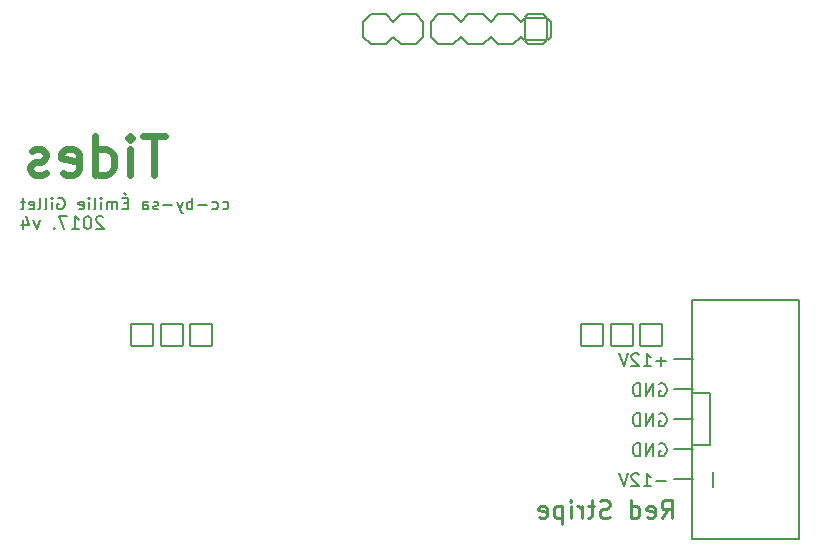
<source format=gbr>
%TF.GenerationSoftware,KiCad,Pcbnew,(6.0.11-0)*%
%TF.CreationDate,2023-05-26T19:22:20+02:00*%
%TF.ProjectId,tides,74696465-732e-46b6-9963-61645f706362,rev?*%
%TF.SameCoordinates,Original*%
%TF.FileFunction,Legend,Bot*%
%TF.FilePolarity,Positive*%
%FSLAX46Y46*%
G04 Gerber Fmt 4.6, Leading zero omitted, Abs format (unit mm)*
G04 Created by KiCad (PCBNEW (6.0.11-0)) date 2023-05-26 19:22:20*
%MOMM*%
%LPD*%
G01*
G04 APERTURE LIST*
G04 Aperture macros list*
%AMRoundRect*
0 Rectangle with rounded corners*
0 $1 Rounding radius*
0 $2 $3 $4 $5 $6 $7 $8 $9 X,Y pos of 4 corners*
0 Add a 4 corners polygon primitive as box body*
4,1,4,$2,$3,$4,$5,$6,$7,$8,$9,$2,$3,0*
0 Add four circle primitives for the rounded corners*
1,1,$1+$1,$2,$3*
1,1,$1+$1,$4,$5*
1,1,$1+$1,$6,$7*
1,1,$1+$1,$8,$9*
0 Add four rect primitives between the rounded corners*
20,1,$1+$1,$2,$3,$4,$5,0*
20,1,$1+$1,$4,$5,$6,$7,0*
20,1,$1+$1,$6,$7,$8,$9,0*
20,1,$1+$1,$8,$9,$2,$3,0*%
%AMFreePoly0*
4,1,25,0.301485,0.667973,0.306387,0.663482,0.663482,0.306387,0.685510,0.259146,0.685800,0.252505,0.685800,-0.252505,0.667973,-0.301485,0.663482,-0.306387,0.306387,-0.663482,0.259146,-0.685510,0.252505,-0.685800,-0.252505,-0.685800,-0.301485,-0.667973,-0.306387,-0.663482,-0.663482,-0.306387,-0.685510,-0.259146,-0.685800,-0.252505,-0.685800,0.252505,-0.667973,0.301485,-0.663482,0.306387,
-0.306387,0.663482,-0.259146,0.685510,-0.252505,0.685800,0.252505,0.685800,0.301485,0.667973,0.301485,0.667973,$1*%
%AMFreePoly1*
4,1,25,0.706544,1.645873,0.711446,1.641382,1.641382,0.711446,1.663410,0.664205,1.663700,0.657564,1.663700,-0.657564,1.645873,-0.706544,1.641382,-0.711446,0.711446,-1.641382,0.664205,-1.663410,0.657564,-1.663700,-0.657564,-1.663700,-0.706544,-1.645873,-0.711446,-1.641382,-1.641382,-0.711446,-1.663410,-0.664205,-1.663700,-0.657564,-1.663700,0.657564,-1.645873,0.706544,-1.641382,0.711446,
-0.711446,1.641382,-0.664205,1.663410,-0.657564,1.663700,0.657564,1.663700,0.706544,1.645873,0.706544,1.645873,$1*%
%AMFreePoly2*
4,1,25,0.575031,1.328373,0.579933,1.323882,1.323882,0.579933,1.345910,0.532692,1.346200,0.526051,1.346200,-0.526051,1.328373,-0.575031,1.323882,-0.579933,0.579933,-1.323882,0.532692,-1.345910,0.526051,-1.346200,-0.526051,-1.346200,-0.575031,-1.328373,-0.579933,-1.323882,-1.323882,-0.579933,-1.345910,-0.532692,-1.346200,-0.526051,-1.346200,0.526051,-1.328373,0.575031,-1.323882,0.579933,
-0.579933,1.323882,-0.532692,1.345910,-0.526051,1.346200,0.526051,1.346200,0.575031,1.328373,0.575031,1.328373,$1*%
%AMFreePoly3*
4,1,25,0.417216,0.947373,0.422118,0.942882,0.942882,0.422118,0.964910,0.374877,0.965200,0.368236,0.965200,-0.368236,0.947373,-0.417216,0.942882,-0.422118,0.422118,-0.942882,0.374877,-0.964910,0.368236,-0.965200,-0.368236,-0.965200,-0.417216,-0.947373,-0.422118,-0.942882,-0.942882,-0.422118,-0.964910,-0.374877,-0.965200,-0.368236,-0.965200,0.368236,-0.947373,0.417216,-0.942882,0.422118,
-0.422118,0.942882,-0.374877,0.964910,-0.368236,0.965200,0.368236,0.965200,0.417216,0.947373,0.417216,0.947373,$1*%
%AMFreePoly4*
4,1,25,0.448779,1.023573,0.453681,1.019082,1.019082,0.453681,1.041110,0.406440,1.041400,0.399799,1.041400,-0.399799,1.023573,-0.448779,1.019082,-0.453681,0.453681,-1.019082,0.406440,-1.041110,0.399799,-1.041400,-0.399799,-1.041400,-0.448779,-1.023573,-0.453681,-1.019082,-1.019082,-0.453681,-1.041110,-0.406440,-1.041400,-0.399799,-1.041400,0.399799,-1.023573,0.448779,-1.019082,0.453681,
-0.453681,1.019082,-0.406440,1.041110,-0.399799,1.041400,0.399799,1.041400,0.448779,1.023573,0.448779,1.023573,$1*%
%AMFreePoly5*
4,1,25,0.438258,0.998173,0.443160,0.993682,0.993682,0.443160,1.015710,0.395919,1.016000,0.389278,1.016000,-0.389278,0.998173,-0.438258,0.993682,-0.443160,0.443160,-0.993682,0.395919,-1.015710,0.389278,-1.016000,-0.389278,-1.016000,-0.438258,-0.998173,-0.443160,-0.993682,-0.993682,-0.443160,-1.015710,-0.395919,-1.016000,-0.389278,-1.016000,0.389278,-0.998173,0.438258,-0.993682,0.443160,
-0.443160,0.993682,-0.395919,1.015710,-0.389278,1.016000,0.389278,1.016000,0.438258,0.998173,0.438258,0.998173,$1*%
G04 Aperture macros list end*
%ADD10C,0.152400*%
%ADD11C,0.190500*%
%ADD12C,0.571500*%
%ADD13C,0.266700*%
%ADD14C,0.179070*%
%ADD15C,0.203200*%
%ADD16FreePoly0,180.000000*%
%ADD17C,1.258800*%
%ADD18RoundRect,0.076200X0.939800X-0.939800X0.939800X0.939800X-0.939800X0.939800X-0.939800X-0.939800X0*%
%ADD19FreePoly1,90.000000*%
%ADD20FreePoly2,90.000000*%
%ADD21C,2.032000*%
%ADD22C,2.200000*%
%ADD23FreePoly3,180.000000*%
%ADD24FreePoly4,180.000000*%
%ADD25FreePoly5,90.000000*%
G04 APERTURE END LIST*
D10*
X173573600Y-83572350D02*
X171986100Y-83572350D01*
X173573600Y-88652350D02*
X171986100Y-88652350D01*
X173573600Y-91192350D02*
X171986100Y-91192350D01*
X173573600Y-93732350D02*
X171986100Y-93732350D01*
X173573600Y-86112350D02*
X171986100Y-86112350D01*
D11*
X171287751Y-83744707D02*
X170465275Y-83744707D01*
X170876513Y-84155945D02*
X170876513Y-83333469D01*
X169385775Y-84155945D02*
X170002632Y-84155945D01*
X169694203Y-84155945D02*
X169694203Y-83076445D01*
X169797013Y-83230659D01*
X169899822Y-83333469D01*
X170002632Y-83384873D01*
X168974536Y-83179254D02*
X168923132Y-83127850D01*
X168820322Y-83076445D01*
X168563298Y-83076445D01*
X168460489Y-83127850D01*
X168409084Y-83179254D01*
X168357679Y-83282064D01*
X168357679Y-83384873D01*
X168409084Y-83539088D01*
X169025941Y-84155945D01*
X168357679Y-84155945D01*
X168049251Y-83076445D02*
X167689417Y-84155945D01*
X167329584Y-83076445D01*
X123641382Y-71558654D02*
X123589977Y-71507250D01*
X123487167Y-71455845D01*
X123230144Y-71455845D01*
X123127334Y-71507250D01*
X123075929Y-71558654D01*
X123024525Y-71661464D01*
X123024525Y-71764273D01*
X123075929Y-71918488D01*
X123692786Y-72535345D01*
X123024525Y-72535345D01*
X122356263Y-71455845D02*
X122253453Y-71455845D01*
X122150644Y-71507250D01*
X122099239Y-71558654D01*
X122047834Y-71661464D01*
X121996429Y-71867083D01*
X121996429Y-72124107D01*
X122047834Y-72329726D01*
X122099239Y-72432535D01*
X122150644Y-72483940D01*
X122253453Y-72535345D01*
X122356263Y-72535345D01*
X122459072Y-72483940D01*
X122510477Y-72432535D01*
X122561882Y-72329726D01*
X122613286Y-72124107D01*
X122613286Y-71867083D01*
X122561882Y-71661464D01*
X122510477Y-71558654D01*
X122459072Y-71507250D01*
X122356263Y-71455845D01*
X120968334Y-72535345D02*
X121585191Y-72535345D01*
X121276763Y-72535345D02*
X121276763Y-71455845D01*
X121379572Y-71610059D01*
X121482382Y-71712869D01*
X121585191Y-71764273D01*
X120608501Y-71455845D02*
X119888834Y-71455845D01*
X120351477Y-72535345D01*
X119477596Y-72432535D02*
X119426191Y-72483940D01*
X119477596Y-72535345D01*
X119529001Y-72483940D01*
X119477596Y-72432535D01*
X119477596Y-72535345D01*
X118243882Y-71815678D02*
X117986858Y-72535345D01*
X117729834Y-71815678D01*
X116855953Y-71815678D02*
X116855953Y-72535345D01*
X117112977Y-71404440D02*
X117370001Y-72175511D01*
X116701739Y-72175511D01*
X170722298Y-88207850D02*
X170825108Y-88156445D01*
X170979322Y-88156445D01*
X171133536Y-88207850D01*
X171236346Y-88310659D01*
X171287751Y-88413469D01*
X171339155Y-88619088D01*
X171339155Y-88773302D01*
X171287751Y-88978921D01*
X171236346Y-89081730D01*
X171133536Y-89184540D01*
X170979322Y-89235945D01*
X170876513Y-89235945D01*
X170722298Y-89184540D01*
X170670894Y-89133135D01*
X170670894Y-88773302D01*
X170876513Y-88773302D01*
X170208251Y-89235945D02*
X170208251Y-88156445D01*
X169591394Y-89235945D01*
X169591394Y-88156445D01*
X169077346Y-89235945D02*
X169077346Y-88156445D01*
X168820322Y-88156445D01*
X168666108Y-88207850D01*
X168563298Y-88310659D01*
X168511894Y-88413469D01*
X168460489Y-88619088D01*
X168460489Y-88773302D01*
X168511894Y-88978921D01*
X168563298Y-89081730D01*
X168666108Y-89184540D01*
X168820322Y-89235945D01*
X169077346Y-89235945D01*
D12*
X128823889Y-64685535D02*
X126973317Y-64685535D01*
X127898603Y-67924035D02*
X127898603Y-64685535D01*
X125893817Y-67924035D02*
X125893817Y-65765035D01*
X125893817Y-64685535D02*
X126048032Y-64839750D01*
X125893817Y-64993964D01*
X125739603Y-64839750D01*
X125893817Y-64685535D01*
X125893817Y-64993964D01*
X122963746Y-67924035D02*
X122963746Y-64685535D01*
X122963746Y-67769821D02*
X123272175Y-67924035D01*
X123889032Y-67924035D01*
X124197460Y-67769821D01*
X124351675Y-67615607D01*
X124505889Y-67307178D01*
X124505889Y-66381892D01*
X124351675Y-66073464D01*
X124197460Y-65919250D01*
X123889032Y-65765035D01*
X123272175Y-65765035D01*
X122963746Y-65919250D01*
X120187889Y-67769821D02*
X120496317Y-67924035D01*
X121113175Y-67924035D01*
X121421603Y-67769821D01*
X121575817Y-67461392D01*
X121575817Y-66227678D01*
X121421603Y-65919250D01*
X121113175Y-65765035D01*
X120496317Y-65765035D01*
X120187889Y-65919250D01*
X120033675Y-66227678D01*
X120033675Y-66536107D01*
X121575817Y-66844535D01*
X118799960Y-67769821D02*
X118491532Y-67924035D01*
X117874675Y-67924035D01*
X117566246Y-67769821D01*
X117412032Y-67461392D01*
X117412032Y-67307178D01*
X117566246Y-66998750D01*
X117874675Y-66844535D01*
X118337317Y-66844535D01*
X118645746Y-66690321D01*
X118799960Y-66381892D01*
X118799960Y-66227678D01*
X118645746Y-65919250D01*
X118337317Y-65765035D01*
X117874675Y-65765035D01*
X117566246Y-65919250D01*
D11*
X171287751Y-93904707D02*
X170465275Y-93904707D01*
X169385775Y-94315945D02*
X170002632Y-94315945D01*
X169694203Y-94315945D02*
X169694203Y-93236445D01*
X169797013Y-93390659D01*
X169899822Y-93493469D01*
X170002632Y-93544873D01*
X168974536Y-93339254D02*
X168923132Y-93287850D01*
X168820322Y-93236445D01*
X168563298Y-93236445D01*
X168460489Y-93287850D01*
X168409084Y-93339254D01*
X168357679Y-93442064D01*
X168357679Y-93544873D01*
X168409084Y-93699088D01*
X169025941Y-94315945D01*
X168357679Y-94315945D01*
X168049251Y-93236445D02*
X167689417Y-94315945D01*
X167329584Y-93236445D01*
X170722298Y-85667850D02*
X170825108Y-85616445D01*
X170979322Y-85616445D01*
X171133536Y-85667850D01*
X171236346Y-85770659D01*
X171287751Y-85873469D01*
X171339155Y-86079088D01*
X171339155Y-86233302D01*
X171287751Y-86438921D01*
X171236346Y-86541730D01*
X171133536Y-86644540D01*
X170979322Y-86695945D01*
X170876513Y-86695945D01*
X170722298Y-86644540D01*
X170670894Y-86593135D01*
X170670894Y-86233302D01*
X170876513Y-86233302D01*
X170208251Y-86695945D02*
X170208251Y-85616445D01*
X169591394Y-86695945D01*
X169591394Y-85616445D01*
X169077346Y-86695945D02*
X169077346Y-85616445D01*
X168820322Y-85616445D01*
X168666108Y-85667850D01*
X168563298Y-85770659D01*
X168511894Y-85873469D01*
X168460489Y-86079088D01*
X168460489Y-86233302D01*
X168511894Y-86438921D01*
X168563298Y-86541730D01*
X168666108Y-86644540D01*
X168820322Y-86695945D01*
X169077346Y-86695945D01*
X170722298Y-90747850D02*
X170825108Y-90696445D01*
X170979322Y-90696445D01*
X171133536Y-90747850D01*
X171236346Y-90850659D01*
X171287751Y-90953469D01*
X171339155Y-91159088D01*
X171339155Y-91313302D01*
X171287751Y-91518921D01*
X171236346Y-91621730D01*
X171133536Y-91724540D01*
X170979322Y-91775945D01*
X170876513Y-91775945D01*
X170722298Y-91724540D01*
X170670894Y-91673135D01*
X170670894Y-91313302D01*
X170876513Y-91313302D01*
X170208251Y-91775945D02*
X170208251Y-90696445D01*
X169591394Y-91775945D01*
X169591394Y-90696445D01*
X169077346Y-91775945D02*
X169077346Y-90696445D01*
X168820322Y-90696445D01*
X168666108Y-90747850D01*
X168563298Y-90850659D01*
X168511894Y-90953469D01*
X168460489Y-91159088D01*
X168460489Y-91313302D01*
X168511894Y-91518921D01*
X168563298Y-91621730D01*
X168666108Y-91724540D01*
X168820322Y-91775945D01*
X169077346Y-91775945D01*
D13*
X170906911Y-96994183D02*
X171410678Y-96274516D01*
X171770511Y-96994183D02*
X171770511Y-95482883D01*
X171194778Y-95482883D01*
X171050845Y-95554850D01*
X170978878Y-95626816D01*
X170906911Y-95770750D01*
X170906911Y-95986650D01*
X170978878Y-96130583D01*
X171050845Y-96202550D01*
X171194778Y-96274516D01*
X171770511Y-96274516D01*
X169683478Y-96922216D02*
X169827411Y-96994183D01*
X170115278Y-96994183D01*
X170259211Y-96922216D01*
X170331178Y-96778283D01*
X170331178Y-96202550D01*
X170259211Y-96058616D01*
X170115278Y-95986650D01*
X169827411Y-95986650D01*
X169683478Y-96058616D01*
X169611511Y-96202550D01*
X169611511Y-96346483D01*
X170331178Y-96490416D01*
X168316111Y-96994183D02*
X168316111Y-95482883D01*
X168316111Y-96922216D02*
X168460045Y-96994183D01*
X168747911Y-96994183D01*
X168891845Y-96922216D01*
X168963811Y-96850250D01*
X169035778Y-96706316D01*
X169035778Y-96274516D01*
X168963811Y-96130583D01*
X168891845Y-96058616D01*
X168747911Y-95986650D01*
X168460045Y-95986650D01*
X168316111Y-96058616D01*
X166516945Y-96922216D02*
X166301045Y-96994183D01*
X165941211Y-96994183D01*
X165797278Y-96922216D01*
X165725311Y-96850250D01*
X165653345Y-96706316D01*
X165653345Y-96562383D01*
X165725311Y-96418450D01*
X165797278Y-96346483D01*
X165941211Y-96274516D01*
X166229078Y-96202550D01*
X166373011Y-96130583D01*
X166444978Y-96058616D01*
X166516945Y-95914683D01*
X166516945Y-95770750D01*
X166444978Y-95626816D01*
X166373011Y-95554850D01*
X166229078Y-95482883D01*
X165869245Y-95482883D01*
X165653345Y-95554850D01*
X165221545Y-95986650D02*
X164645811Y-95986650D01*
X165005645Y-95482883D02*
X165005645Y-96778283D01*
X164933678Y-96922216D01*
X164789745Y-96994183D01*
X164645811Y-96994183D01*
X164142045Y-96994183D02*
X164142045Y-95986650D01*
X164142045Y-96274516D02*
X164070078Y-96130583D01*
X163998111Y-96058616D01*
X163854178Y-95986650D01*
X163710245Y-95986650D01*
X163206478Y-96994183D02*
X163206478Y-95986650D01*
X163206478Y-95482883D02*
X163278445Y-95554850D01*
X163206478Y-95626816D01*
X163134511Y-95554850D01*
X163206478Y-95482883D01*
X163206478Y-95626816D01*
X162486811Y-95986650D02*
X162486811Y-97497950D01*
X162486811Y-96058616D02*
X162342878Y-95986650D01*
X162055011Y-95986650D01*
X161911078Y-96058616D01*
X161839111Y-96130583D01*
X161767145Y-96274516D01*
X161767145Y-96706316D01*
X161839111Y-96850250D01*
X161911078Y-96922216D01*
X162055011Y-96994183D01*
X162342878Y-96994183D01*
X162486811Y-96922216D01*
X160543711Y-96922216D02*
X160687645Y-96994183D01*
X160975511Y-96994183D01*
X161119445Y-96922216D01*
X161191411Y-96778283D01*
X161191411Y-96202550D01*
X161119445Y-96058616D01*
X160975511Y-95986650D01*
X160687645Y-95986650D01*
X160543711Y-96058616D01*
X160471745Y-96202550D01*
X160471745Y-96346483D01*
X161191411Y-96490416D01*
D14*
X133742185Y-70837839D02*
X133838825Y-70886159D01*
X134032107Y-70886159D01*
X134128748Y-70837839D01*
X134177069Y-70789518D01*
X134225389Y-70692877D01*
X134225389Y-70402954D01*
X134177069Y-70306313D01*
X134128748Y-70257993D01*
X134032107Y-70209672D01*
X133838825Y-70209672D01*
X133742185Y-70257993D01*
X132872416Y-70837839D02*
X132969057Y-70886159D01*
X133162339Y-70886159D01*
X133258980Y-70837839D01*
X133307300Y-70789518D01*
X133355621Y-70692877D01*
X133355621Y-70402954D01*
X133307300Y-70306313D01*
X133258980Y-70257993D01*
X133162339Y-70209672D01*
X132969057Y-70209672D01*
X132872416Y-70257993D01*
X132437532Y-70499595D02*
X131664404Y-70499595D01*
X131181199Y-70886159D02*
X131181199Y-69871429D01*
X131181199Y-70257993D02*
X131084558Y-70209672D01*
X130891276Y-70209672D01*
X130794635Y-70257993D01*
X130746315Y-70306313D01*
X130697995Y-70402954D01*
X130697995Y-70692877D01*
X130746315Y-70789518D01*
X130794635Y-70837839D01*
X130891276Y-70886159D01*
X131084558Y-70886159D01*
X131181199Y-70837839D01*
X130359751Y-70209672D02*
X130118149Y-70886159D01*
X129876546Y-70209672D02*
X130118149Y-70886159D01*
X130214790Y-71127761D01*
X130263110Y-71176082D01*
X130359751Y-71224402D01*
X129489983Y-70499595D02*
X128716855Y-70499595D01*
X128281971Y-70837839D02*
X128185330Y-70886159D01*
X127992048Y-70886159D01*
X127895407Y-70837839D01*
X127847086Y-70741198D01*
X127847086Y-70692877D01*
X127895407Y-70596236D01*
X127992048Y-70547916D01*
X128137009Y-70547916D01*
X128233650Y-70499595D01*
X128281971Y-70402954D01*
X128281971Y-70354634D01*
X128233650Y-70257993D01*
X128137009Y-70209672D01*
X127992048Y-70209672D01*
X127895407Y-70257993D01*
X126977318Y-70886159D02*
X126977318Y-70354634D01*
X127025638Y-70257993D01*
X127122279Y-70209672D01*
X127315561Y-70209672D01*
X127412202Y-70257993D01*
X126977318Y-70837839D02*
X127073959Y-70886159D01*
X127315561Y-70886159D01*
X127412202Y-70837839D01*
X127460523Y-70741198D01*
X127460523Y-70644557D01*
X127412202Y-70547916D01*
X127315561Y-70499595D01*
X127073959Y-70499595D01*
X126977318Y-70451275D01*
X125720985Y-70354634D02*
X125382742Y-70354634D01*
X125237781Y-70886159D02*
X125720985Y-70886159D01*
X125720985Y-69871429D01*
X125237781Y-69871429D01*
X125382742Y-69484865D02*
X125527704Y-69629827D01*
X124802896Y-70886159D02*
X124802896Y-70209672D01*
X124802896Y-70306313D02*
X124754576Y-70257993D01*
X124657935Y-70209672D01*
X124512974Y-70209672D01*
X124416333Y-70257993D01*
X124368012Y-70354634D01*
X124368012Y-70886159D01*
X124368012Y-70354634D02*
X124319692Y-70257993D01*
X124223051Y-70209672D01*
X124078089Y-70209672D01*
X123981448Y-70257993D01*
X123933128Y-70354634D01*
X123933128Y-70886159D01*
X123449923Y-70886159D02*
X123449923Y-70209672D01*
X123449923Y-69871429D02*
X123498244Y-69919750D01*
X123449923Y-69968070D01*
X123401603Y-69919750D01*
X123449923Y-69871429D01*
X123449923Y-69968070D01*
X122821757Y-70886159D02*
X122918398Y-70837839D01*
X122966718Y-70741198D01*
X122966718Y-69871429D01*
X122435193Y-70886159D02*
X122435193Y-70209672D01*
X122435193Y-69871429D02*
X122483514Y-69919750D01*
X122435193Y-69968070D01*
X122386873Y-69919750D01*
X122435193Y-69871429D01*
X122435193Y-69968070D01*
X121565425Y-70837839D02*
X121662065Y-70886159D01*
X121855347Y-70886159D01*
X121951988Y-70837839D01*
X122000309Y-70741198D01*
X122000309Y-70354634D01*
X121951988Y-70257993D01*
X121855347Y-70209672D01*
X121662065Y-70209672D01*
X121565425Y-70257993D01*
X121517104Y-70354634D01*
X121517104Y-70451275D01*
X122000309Y-70547916D01*
X119777567Y-69919750D02*
X119874208Y-69871429D01*
X120019169Y-69871429D01*
X120164131Y-69919750D01*
X120260772Y-70016390D01*
X120309092Y-70113031D01*
X120357413Y-70306313D01*
X120357413Y-70451275D01*
X120309092Y-70644557D01*
X120260772Y-70741198D01*
X120164131Y-70837839D01*
X120019169Y-70886159D01*
X119922528Y-70886159D01*
X119777567Y-70837839D01*
X119729246Y-70789518D01*
X119729246Y-70451275D01*
X119922528Y-70451275D01*
X119294362Y-70886159D02*
X119294362Y-70209672D01*
X119294362Y-69871429D02*
X119342683Y-69919750D01*
X119294362Y-69968070D01*
X119246042Y-69919750D01*
X119294362Y-69871429D01*
X119294362Y-69968070D01*
X118666196Y-70886159D02*
X118762837Y-70837839D01*
X118811157Y-70741198D01*
X118811157Y-69871429D01*
X118134671Y-70886159D02*
X118231312Y-70837839D01*
X118279632Y-70741198D01*
X118279632Y-69871429D01*
X117361543Y-70837839D02*
X117458184Y-70886159D01*
X117651466Y-70886159D01*
X117748107Y-70837839D01*
X117796427Y-70741198D01*
X117796427Y-70354634D01*
X117748107Y-70257993D01*
X117651466Y-70209672D01*
X117458184Y-70209672D01*
X117361543Y-70257993D01*
X117313223Y-70354634D01*
X117313223Y-70451275D01*
X117796427Y-70547916D01*
X117023300Y-70209672D02*
X116636736Y-70209672D01*
X116878338Y-69871429D02*
X116878338Y-70741198D01*
X116830018Y-70837839D01*
X116733377Y-70886159D01*
X116636736Y-70886159D01*
D15*
%TO.C,JP7*%
X148808600Y-56902350D02*
X150078600Y-56902350D01*
X146268600Y-56902350D02*
X145633600Y-56267350D01*
X148173600Y-54997350D02*
X147538600Y-54362350D01*
X147538600Y-54362350D02*
X146268600Y-54362350D01*
X150713600Y-54997350D02*
X150078600Y-54362350D01*
X150078600Y-56902350D02*
X150713600Y-56267350D01*
X147538600Y-56902350D02*
X148173600Y-56267350D01*
X150078600Y-54362350D02*
X148808600Y-54362350D01*
X148173600Y-56267350D02*
X148808600Y-56902350D01*
X145633600Y-54997350D02*
X146268600Y-54362350D01*
X145633600Y-56267350D02*
X145633600Y-54997350D01*
X148808600Y-54362350D02*
X148173600Y-54997350D01*
X146268600Y-56902350D02*
X147538600Y-56902350D01*
X150713600Y-56267350D02*
X150713600Y-54997350D01*
%TO.C,JP6*%
X156428600Y-54997350D02*
X155793600Y-54362350D01*
X160873600Y-54362350D02*
X159603600Y-54362350D01*
X161508600Y-56267350D02*
X160873600Y-56902350D01*
X153888600Y-56267350D02*
X153253600Y-56902350D01*
X154523600Y-54362350D02*
X153888600Y-54997350D01*
X159603600Y-54362350D02*
X158968600Y-54997350D01*
X158333600Y-54362350D02*
X157063600Y-54362350D01*
X159603600Y-56902350D02*
X160873600Y-56902350D01*
X158968600Y-54997350D02*
X158333600Y-54362350D01*
X157063600Y-56902350D02*
X158333600Y-56902350D01*
X161508600Y-54997350D02*
X161508600Y-56267350D01*
X160873600Y-54362350D02*
X161508600Y-54997350D01*
X151983600Y-54362350D02*
X151348600Y-54997350D01*
X153253600Y-54362350D02*
X153888600Y-54997350D01*
X154523600Y-56902350D02*
X155793600Y-56902350D01*
X155793600Y-54362350D02*
X154523600Y-54362350D01*
X153888600Y-56267350D02*
X154523600Y-56902350D01*
X158968600Y-56267350D02*
X159603600Y-56902350D01*
X151983600Y-56902350D02*
X153253600Y-56902350D01*
X155793600Y-56902350D02*
X156428600Y-56267350D01*
X156428600Y-56267350D02*
X157063600Y-56902350D01*
X151348600Y-56267350D02*
X151983600Y-56902350D01*
X151348600Y-54997350D02*
X151348600Y-56267350D01*
X157063600Y-54362350D02*
X156428600Y-54997350D01*
X153253600Y-54362350D02*
X151983600Y-54362350D01*
X158333600Y-56902350D02*
X158968600Y-56267350D01*
%TO.C,JP5*%
X182518600Y-78552350D02*
X173518600Y-78552350D01*
X173518600Y-78552350D02*
X173518600Y-86452350D01*
X173518600Y-90852350D02*
X175018600Y-90852350D01*
X173518600Y-86452350D02*
X173518600Y-90852350D01*
X175243600Y-94367350D02*
X175243600Y-93097350D01*
X173518600Y-98752350D02*
X182418600Y-98752350D01*
X173518600Y-90852350D02*
X173518600Y-98752350D01*
X182518600Y-98752350D02*
X182518600Y-78552350D01*
X175018600Y-86452350D02*
X173518600Y-86452350D01*
X175018600Y-90852350D02*
X175018600Y-86452350D01*
%TD*%
%LPC*%
D16*
%TO.C,LED6*%
X163413600Y-145802350D03*
X160873600Y-145802350D03*
%TD*%
D17*
%TO.C,LED2*%
X170081100Y-54679850D03*
X170081100Y-57219850D03*
X170081100Y-59759850D03*
%TD*%
D16*
%TO.C,LED7*%
X174843600Y-145802350D03*
X172303600Y-145802350D03*
%TD*%
D18*
%TO.C,R58*%
X150991100Y-128372350D03*
X148491100Y-128372350D03*
X145991100Y-128372350D03*
D19*
X152891100Y-121672350D03*
X144091100Y-121672350D03*
%TD*%
D18*
%TO.C,R22*%
X150991100Y-103589850D03*
X148491100Y-103589850D03*
X145991100Y-103589850D03*
D20*
X153191100Y-96589850D03*
X143791100Y-96589850D03*
%TD*%
D18*
%TO.C,R57*%
X137973600Y-128372350D03*
X135473600Y-128372350D03*
X132973600Y-128372350D03*
D19*
X139873600Y-121672350D03*
X131073600Y-121672350D03*
%TD*%
D21*
%TO.C,SW3*%
X151742300Y-82022950D03*
X145239900Y-82022950D03*
X151742300Y-77501750D03*
X145239900Y-77501750D03*
%TD*%
D22*
%TO.C,J8*%
X131346100Y-152152350D03*
D23*
X131346100Y-146437350D03*
X131346100Y-148977350D03*
X131346100Y-156597350D03*
%TD*%
D22*
%TO.C,J9*%
X142776100Y-152152350D03*
D23*
X142776100Y-146437350D03*
X142776100Y-148977350D03*
X142776100Y-156597350D03*
%TD*%
D22*
%TO.C,J12*%
X177066100Y-152152350D03*
D23*
X177066100Y-146437350D03*
X177066100Y-148977350D03*
X177066100Y-156597350D03*
%TD*%
D22*
%TO.C,J3*%
X142776100Y-137547350D03*
D23*
X142776100Y-131832350D03*
X142776100Y-134372350D03*
X142776100Y-141992350D03*
%TD*%
D22*
%TO.C,J11*%
X165636100Y-152152350D03*
D23*
X165636100Y-146437350D03*
X165636100Y-148977350D03*
X165636100Y-156597350D03*
%TD*%
D22*
%TO.C,J2*%
X131346100Y-137547350D03*
D23*
X131346100Y-131832350D03*
X131346100Y-134372350D03*
X131346100Y-141992350D03*
%TD*%
D22*
%TO.C,J1*%
X119916100Y-137547350D03*
D23*
X119916100Y-131832350D03*
X119916100Y-134372350D03*
X119916100Y-141992350D03*
%TD*%
D22*
%TO.C,J10*%
X154206100Y-152152350D03*
D23*
X154206100Y-146437350D03*
X154206100Y-148977350D03*
X154206100Y-156597350D03*
%TD*%
D22*
%TO.C,J5*%
X165636100Y-137547350D03*
D23*
X165636100Y-131832350D03*
X165636100Y-134372350D03*
X165636100Y-141992350D03*
%TD*%
D18*
%TO.C,R60*%
X177026100Y-128372350D03*
X174526100Y-128372350D03*
X172026100Y-128372350D03*
D19*
X178926100Y-121672350D03*
X170126100Y-121672350D03*
%TD*%
D21*
%TO.C,SW2*%
X118290500Y-60471050D03*
X118290500Y-53968650D03*
X122811700Y-60471050D03*
X122811700Y-53968650D03*
%TD*%
D17*
%TO.C,LED3*%
X151031100Y-74491850D03*
X148491100Y-74491850D03*
X145951100Y-74491850D03*
%TD*%
D18*
%TO.C,R59*%
X164008600Y-128372350D03*
X161508600Y-128372350D03*
X159008600Y-128372350D03*
D19*
X165908600Y-121672350D03*
X157108600Y-121672350D03*
%TD*%
D16*
%TO.C,LED5*%
X151983600Y-145802350D03*
X149443600Y-145802350D03*
%TD*%
D22*
%TO.C,J7*%
X119916100Y-152152350D03*
D23*
X119916100Y-146437350D03*
X119916100Y-148977350D03*
X119916100Y-156597350D03*
%TD*%
D17*
%TO.C,LED1*%
X126901100Y-59759850D03*
X126901100Y-57219850D03*
X126901100Y-54679850D03*
%TD*%
D21*
%TO.C,SW1*%
X178691800Y-53968550D03*
X178691800Y-60470950D03*
X174170600Y-53968550D03*
X174170600Y-60470950D03*
%TD*%
D18*
%TO.C,R11*%
X131941100Y-81491850D03*
X129441100Y-81491850D03*
X126941100Y-81491850D03*
D20*
X134141100Y-74491850D03*
X124741100Y-74491850D03*
%TD*%
D18*
%TO.C,R23*%
X127178600Y-108669850D03*
X124678600Y-108669850D03*
X122178600Y-108669850D03*
D20*
X129378600Y-101669850D03*
X119978600Y-101669850D03*
%TD*%
D22*
%TO.C,J4*%
X154206100Y-137547350D03*
D23*
X154206100Y-131832350D03*
X154206100Y-134372350D03*
X154206100Y-141992350D03*
%TD*%
D16*
%TO.C,LED4*%
X140553600Y-145802350D03*
X138013600Y-145802350D03*
%TD*%
D24*
%TO.C,IC3*%
X180241100Y-70554850D03*
X180241100Y-68014850D03*
X180241100Y-65474850D03*
%TD*%
D18*
%TO.C,R24*%
X174803600Y-108669850D03*
X172303600Y-108669850D03*
X169803600Y-108669850D03*
D20*
X177003600Y-101669850D03*
X167603600Y-101669850D03*
%TD*%
D18*
%TO.C,R56*%
X124956100Y-128372350D03*
X122456100Y-128372350D03*
X119956100Y-128372350D03*
D19*
X126856100Y-121672350D03*
X118056100Y-121672350D03*
%TD*%
D18*
%TO.C,R12*%
X170041100Y-81491850D03*
X167541100Y-81491850D03*
X165041100Y-81491850D03*
D20*
X172241100Y-74491850D03*
X162841100Y-74491850D03*
%TD*%
D22*
%TO.C,J6*%
X177066100Y-137547350D03*
D23*
X177066100Y-131832350D03*
X177066100Y-134372350D03*
X177066100Y-141992350D03*
%TD*%
D21*
%TO.C,JP7*%
X146903600Y-55632350D03*
X149443600Y-55632350D03*
%TD*%
D18*
%TO.C,JP6*%
X160238600Y-55632350D03*
D21*
X157698600Y-55632350D03*
X155158600Y-55632350D03*
X152618600Y-55632350D03*
%TD*%
D25*
%TO.C,JP5*%
X176748600Y-93732350D03*
X179288600Y-93732350D03*
X176748600Y-91192350D03*
X179288600Y-91192350D03*
X176748600Y-88652350D03*
X179288600Y-88652350D03*
X176748600Y-86112350D03*
X179288600Y-86112350D03*
X176748600Y-83572350D03*
X179288600Y-83572350D03*
%TD*%
M02*

</source>
